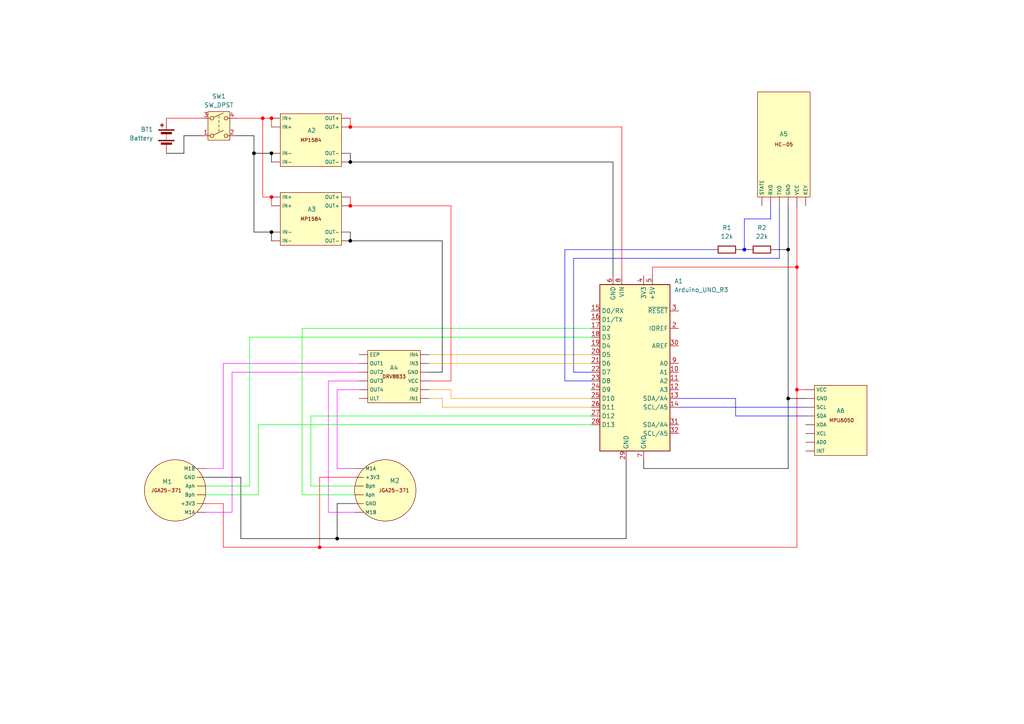
<source format=kicad_sch>
(kicad_sch (version 20250114) (generator "eeschema") (generator_version "9.0")
  (paper "A4")
  (title_block (title "Two-Wheeled Self-Balancing Robot") (date "2024-04-12") (rev "1.1") (company "Anthony Abouzeid"))
  (lib_symbols
    (symbol "DRV8833_module:DRV8833_module"
      (property "Reference" "A" (at 0 4.826 0))
      (symbol "DRV8833_module_0_1"
        (rectangle (start -7.62 7.62) (end 7.62 -7.62) (fill (type background)))
      )
      (symbol "DRV8833_module_1_1"
        (text "DRV8833" (at 0 0 0) (effects (font (size 1.016 1.016))))
        (pin input line (at -10.16 6.35 0) (length 2.54) (name "EEP") (number ""))
        (pin output line (at -10.16 3.81 0) (length 2.54) (name "OUT1") (number ""))
        (pin output line (at -10.16 1.27 0) (length 2.54) (name "OUT2") (number ""))
        (pin output line (at -10.16 -1.27 0) (length 2.54) (name "OUT3") (number ""))
        (pin output line (at -10.16 -3.81 0) (length 2.54) (name "OUT4") (number ""))
        (pin output line (at -10.16 -6.35 0) (length 2.54) (name "ULT") (number ""))
        (pin input line (at 10.16 6.35 180) (length 2.54) (name "IN4") (number ""))
        (pin input line (at 10.16 3.81 180) (length 2.54) (name "IN3") (number ""))
        (pin power_in line (at 10.16 1.27 180) (length 2.54) (name "GND") (number ""))
        (pin power_in line (at 10.16 -1.27 180) (length 2.54) (name "VCC") (number ""))
        (pin input line (at 10.16 -3.81 180) (length 2.54) (name "IN2") (number ""))
        (pin input line (at 10.16 -6.35 180) (length 2.54) (name "IN1") (number ""))
      )
    )
    (symbol "Device:Battery" (pin_numbers (hide yes)) (pin_names (offset 0) (hide yes))
      (property "Reference" "BT" (at 2.54 2.54 0))
      (property "Value" "Battery" (at 2.54 0 0))
      (symbol "Battery_0_1"
        (rectangle (start -2.286 1.778) (end 2.286 1.524) (fill (type outline)))
        (rectangle (start -2.286 -1.27) (end 2.286 -1.524) (fill (type outline)))
        (rectangle (start -1.524 1.016) (end 1.524 0.508) (fill (type outline)))
        (rectangle (start -1.524 -2.032) (end 1.524 -2.54) (fill (type outline)))
        (polyline (pts (xy 0 1.778) (xy 0 2.54)))
        (polyline (pts (xy 0 0) (xy 0 0.254)))
        (polyline (pts (xy 0 -0.508) (xy 0 -0.254)))
        (polyline (pts (xy 0 -1.016) (xy 0 -0.762)))
        (polyline (pts (xy 0.762 3.048) (xy 1.778 3.048)) (stroke (width 0.254)))
        (polyline (pts (xy 1.27 3.556) (xy 1.27 2.54)) (stroke (width 0.254)))
      )
      (symbol "Battery_1_1"
        (pin passive line (at 0 5.08 270) (length 2.54) (name "+") (number "1"))
        (pin passive line (at 0 -5.08 90) (length 2.54) (name "-") (number "2"))
      )
    )
    (symbol "Device:R" (pin_numbers (hide yes)) (pin_names (offset 0))
      (property "Reference" "R" (at 2.032 0 90))
      (property "Value" "R" (at 0 0 90))
      (symbol "R_0_1"
        (rectangle (start -1.016 -2.54) (end 1.016 2.54) (stroke (width 0.254)))
      )
      (symbol "R_1_1"
        (pin passive line (at 0 3.81 270) (length 1.27) (name "~") (number "1"))
        (pin passive line (at 0 -3.81 90) (length 1.27) (name "~") (number "2"))
      )
    )
    (symbol "HC-05_module:HC-05_module"
      (property "Reference" "A" (at 0 5.588 0))
      (symbol "HC-05_module_0_1"
        (rectangle (start -7.62 15.24) (end 7.62 -15.24) (fill (type background)))
      )
      (symbol "HC-05_module_1_1"
        (text "HC-05\n" (at 0 0 0) (effects (font (size 1.016 1.016))))
        (pin output line (at -6.35 -17.78 90) (length 2.54) (name "STATE") (number ""))
        (pin input line (at -3.81 -17.78 90) (length 2.54) (name "RXD") (number ""))
        (pin output line (at -1.27 -17.78 90) (length 2.54) (name "TXD") (number ""))
        (pin power_in line (at 1.27 -17.78 90) (length 2.54) (name "GND") (number ""))
        (pin power_in line (at 3.81 -17.78 90) (length 2.54) (name "VCC") (number ""))
        (pin power_in line (at 6.35 -17.78 90) (length 2.54) (name "KEY") (number ""))
      )
    )
    (symbol "JGA25-371_motor:JGA25-371_motor"
      (property "Reference" "M" (at 0 2.286 0))
      (symbol "JGA25-371_motor_1_1"
        (circle (center 0 0) (radius 8.89) (fill (type background)))
        (text "JGA25-371" (at -2.54 0 0) (effects (font (size 1.016 1.016))))
        (pin power_in line (at 8.89 6.35 180) (length 2.54) (name "M1B") (number ""))
        (pin power_in line (at 8.89 3.81 180) (length 2.54) (name "GND") (number ""))
        (pin output line (at 8.89 1.27 180) (length 2.54) (name "Aph") (number ""))
        (pin output line (at 8.89 -1.27 180) (length 2.54) (name "Bph") (number ""))
        (pin power_in line (at 8.89 -3.81 180) (length 2.54) (name "+3V3") (number ""))
        (pin power_in line (at 8.89 -6.35 180) (length 2.54) (name "M1A") (number ""))
      )
    )
    (symbol "JGA25-371_motor_1"
      (property "Reference" "M" (at 0 2.286 0))
      (symbol "JGA25-371_motor_1_1_1"
        (circle (center 0 0) (radius 8.89) (fill (type background)))
        (text "JGA25-371" (at -2.54 0 0) (effects (font (size 1.016 1.016))))
        (pin power_in line (at 8.89 6.35 180) (length 2.54) (name "M1B") (number ""))
        (pin power_in line (at 8.89 3.81 180) (length 2.54) (name "GND") (number ""))
        (pin output line (at 8.89 1.27 180) (length 2.54) (name "Aph") (number ""))
        (pin output line (at 8.89 -1.27 180) (length 2.54) (name "Bph") (number ""))
        (pin power_in line (at 8.89 -3.81 180) (length 2.54) (name "+3V3") (number ""))
        (pin power_in line (at 8.89 -6.35 180) (length 2.54) (name "M1A") (number ""))
      )
    )
    (symbol "MCU_Module:Arduino_UNO_R3"
      (property "Reference" "A1" (at -7.62 27.94 0))
      (property "Value" "Arduino_UNO_R3" (at -7.62 25.4 0))
      (symbol "Arduino_UNO_R3_0_1"
        (rectangle (start -10.16 22.86) (end 10.16 -25.4) (stroke (width 0.254)) (fill (type background)))
      )
      (symbol "Arduino_UNO_R3_1_1"
        (pin bidirectional line (at -12.7 15.24 0) (length 2.54) (name "D0/RX") (number "15"))
        (pin bidirectional line (at -12.7 12.7 0) (length 2.54) (name "D1/TX") (number "16"))
        (pin bidirectional line (at -12.7 10.16 0) (length 2.54) (name "D2") (number "17"))
        (pin bidirectional line (at -12.7 7.62 0) (length 2.54) (name "D3") (number "18"))
        (pin bidirectional line (at -12.7 5.08 0) (length 2.54) (name "D4") (number "19"))
        (pin bidirectional line (at -12.7 2.54 0) (length 2.54) (name "D5") (number "20"))
        (pin bidirectional line (at -12.7 0 0) (length 2.54) (name "D6") (number "21"))
        (pin bidirectional line (at -12.7 -2.54 0) (length 2.54) (name "D7") (number "22"))
        (pin bidirectional line (at -12.7 -5.08 0) (length 2.54) (name "D8") (number "23"))
        (pin bidirectional line (at -12.7 -7.62 0) (length 2.54) (name "D9") (number "24"))
        (pin bidirectional line (at -12.7 -10.16 0) (length 2.54) (name "D10") (number "25"))
        (pin bidirectional line (at -12.7 -12.7 0) (length 2.54) (name "D11") (number "26"))
        (pin bidirectional line (at -12.7 -15.24 0) (length 2.54) (name "D12") (number "27"))
        (pin bidirectional line (at -12.7 -17.78 0) (length 2.54) (name "D13") (number "28"))
        (pin no_connect line (at -10.16 -20.32 0) (length 2.54) (hide yes) (name "NC") (number "1"))
        (pin power_in line (at -6.35 25.4 270) (length 2.54) (name "GND") (number "6"))
        (pin power_in line (at -3.81 25.4 270) (length 2.54) (name "VIN") (number "8"))
        (pin power_in line (at -2.54 -27.94 90) (length 2.54) (name "GND") (number "29"))
        (pin power_out line (at 2.54 25.4 270) (length 2.54) (name "3V3") (number "4"))
        (pin power_in line (at 2.54 -27.94 90) (length 2.54) (name "GND") (number "7"))
        (pin power_out line (at 5.08 25.4 270) (length 2.54) (name "+5V") (number "5"))
        (pin input line (at 12.7 15.24 180) (length 2.54) (name "~{RESET}") (number "3"))
        (pin output line (at 12.7 10.16 180) (length 2.54) (name "IOREF") (number "2"))
        (pin input line (at 12.7 5.08 180) (length 2.54) (name "AREF") (number "30"))
        (pin bidirectional line (at 12.7 0 180) (length 2.54) (name "A0") (number "9"))
        (pin bidirectional line (at 12.7 -2.54 180) (length 2.54) (name "A1") (number "10"))
        (pin bidirectional line (at 12.7 -5.08 180) (length 2.54) (name "A2") (number "11"))
        (pin bidirectional line (at 12.7 -7.62 180) (length 2.54) (name "A3") (number "12"))
        (pin bidirectional line (at 12.7 -10.16 180) (length 2.54) (name "SDA/A4") (number "13"))
        (pin bidirectional line (at 12.7 -12.7 180) (length 2.54) (name "SCL/A5") (number "14"))
        (pin bidirectional line (at 12.7 -17.78 180) (length 2.54) (name "SDA/A4") (number "31"))
        (pin bidirectional line (at 12.7 -20.32 180) (length 2.54) (name "SCL/A5") (number "32"))
      )
    )
    (symbol "MP1584_module:MP1584_module"
      (property "Reference" "A" (at 0 3.556 0))
      (symbol "MP1584_module_0_1"
        (rectangle (start -8.89 7.62) (end 8.89 -7.62) (fill (type background)))
      )
      (symbol "MP1584_module_1_1"
        (text "MP1584" (at 0 0 0) (effects (font (size 1.016 1.016))))
        (pin power_in line (at -11.43 6.35 0) (length 2.54) (name "IN+") (number ""))
        (pin power_in line (at -11.43 3.81 0) (length 2.54) (name "IN+") (number ""))
        (pin power_in line (at -11.43 -3.81 0) (length 2.54) (name "IN-") (number ""))
        (pin power_in line (at -11.43 -6.35 0) (length 2.54) (name "IN-") (number ""))
        (pin power_out line (at 11.43 6.35 180) (length 2.54) (name "OUT+") (number ""))
        (pin power_out line (at 11.43 3.81 180) (length 2.54) (name "OUT+") (number ""))
        (pin power_out line (at 11.43 -3.81 180) (length 2.54) (name "OUT-") (number ""))
        (pin power_out line (at 11.43 -6.35 180) (length 2.54) (name "OUT-") (number ""))
      )
    )
    (symbol "MP1584_module_1"
      (property "Reference" "A" (at 0 3.556 0))
      (symbol "MP1584_module_1_0_1"
        (rectangle (start -8.89 7.62) (end 8.89 -7.62) (fill (type background)))
      )
      (symbol "MP1584_module_1_1_1"
        (text "MP1584" (at 0 0 0) (effects (font (size 1.016 1.016))))
        (pin power_in line (at -11.43 6.35 0) (length 2.54) (name "IN+") (number ""))
        (pin power_in line (at -11.43 3.81 0) (length 2.54) (name "IN+") (number ""))
        (pin power_in line (at -11.43 -3.81 0) (length 2.54) (name "IN-") (number ""))
        (pin power_in line (at -11.43 -6.35 0) (length 2.54) (name "IN-") (number ""))
        (pin power_out line (at 11.43 6.35 180) (length 2.54) (name "OUT+") (number ""))
        (pin power_out line (at 11.43 3.81 180) (length 2.54) (name "OUT+") (number ""))
        (pin power_out line (at 11.43 -3.81 180) (length 2.54) (name "OUT-") (number ""))
        (pin power_out line (at 11.43 -6.35 180) (length 2.54) (name "OUT-") (number ""))
      )
    )
    (symbol "MPU6050_module:MPU6050_module"
      (property "Reference" "A" (at 0 7.112 0))
      (symbol "MPU6050_module_0_1"
        (rectangle (start -7.62 10.16) (end 7.62 -10.16) (fill (type background)))
      )
      (symbol "MPU6050_module_1_1"
        (text "MPU6050" (at 0.254 0 0) (effects (font (size 1.016 1.016))))
        (pin power_in line (at -10.16 8.89 0) (length 2.54) (name "VCC") (number ""))
        (pin power_in line (at -10.16 6.35 0) (length 2.54) (name "GND") (number ""))
        (pin input line (at -10.16 3.81 0) (length 2.54) (name "SCL") (number ""))
        (pin bidirectional line (at -10.16 1.27 0) (length 2.54) (name "SDA") (number ""))
        (pin bidirectional line (at -10.16 -1.27 0) (length 2.54) (name "XDA") (number ""))
        (pin output line (at -10.16 -3.81 0) (length 2.54) (name "XCL") (number ""))
        (pin input line (at -10.16 -6.35 0) (length 2.54) (name "AD0") (number ""))
        (pin input line (at -10.16 -8.89 0) (length 2.54) (name "INT") (number ""))
      )
    )
    (symbol "Switch:SW_DPST" (pin_names (offset 0) (hide yes))
      (property "Reference" "SW" (at 0 6.35 0))
      (property "Value" "SW_DPST" (at 0 -5.08 0))
      (symbol "SW_DPST_0_0"
        (circle (center -2.032 2.54) (radius 0.508))
        (circle (center -2.032 -2.54) (radius 0.508))
        (polyline (pts (xy -1.524 2.794) (xy 1.27 4.064)))
        (polyline (pts (xy -1.524 -2.286) (xy 1.27 -1.016)))
        (polyline (pts (xy 0 2.54) (xy 0 3.175)))
        (polyline (pts (xy 0 1.27) (xy 0 1.905)))
        (polyline (pts (xy 0 0) (xy 0 0.635)))
        (polyline (pts (xy 0 -1.27) (xy 0 -0.635)))
        (circle (center 2.032 2.54) (radius 0.508))
        (circle (center 2.032 -2.54) (radius 0.508))
      )
      (symbol "SW_DPST_1_1"
        (rectangle (start -3.175 4.445) (end 3.175 -3.81) (fill (type background)))
        (pin passive line (at -5.08 2.54 0) (length 2.54) (name "3") (number "3"))
        (pin passive line (at -5.08 -2.54 0) (length 2.54) (name "1") (number "1"))
        (pin passive line (at 5.08 2.54 180) (length 2.54) (name "4") (number "4"))
        (pin passive line (at 5.08 -2.54 180) (length 2.54) (name "2") (number "2"))
      )
    )
  )
  (junction (at 231.14 77.47) (color 255 0 0 1))
  (junction (at 97.79 156.21) (color 0 0 0 1))
  (junction (at 101.6 69.85) (color 0 0 0 1))
  (junction (at 228.6 72.39) (color 0 0 0 1))
  (junction (at 101.6 36.83) (color 255 0 0 1))
  (junction (at 76.2 34.29) (color 255 0 0 1))
  (junction (at 101.6 46.99) (color 0 0 0 1))
  (junction (at 78.74 67.31) (color 0 0 0 1))
  (junction (at 78.74 34.29) (color 255 0 0 1))
  (junction (at 231.14 113.03) (color 255 0 0 1))
  (junction (at 73.66 44.45) (color 0 0 0 1))
  (junction (at 215.9 72.39) (color 0 0 255 1))
  (junction (at 78.74 44.45) (color 0 0 0 1))
  (junction (at 228.6 115.57) (color 0 0 0 1))
  (junction (at 92.71 158.75) (color 255 0 0 1))
  (junction (at 101.6 59.69) (color 255 0 0 1))
  (junction (at 78.74 57.15) (color 255 0 0 1))
  (wire (pts (xy 68.58 39.37) (xy 73.66 39.37)) (stroke (width 0) (color 0 0 0 1)))
  (wire (pts (xy 97.79 135.89) (xy 102.87 135.89)) (stroke (width 0) (color 194 0 194 1)))
  (wire (pts (xy 215.9 63.5) (xy 215.9 72.39)) (stroke (width 0) (color 0 0 255 1)))
  (wire (pts (xy 223.52 59.69) (xy 223.52 63.5)) (stroke (width 0) (color 0 0 255 1)))
  (wire (pts (xy 104.14 110.49) (xy 95.25 110.49)) (stroke (width 0) (color 255 0 255 1)))
  (wire (pts (xy 59.69 148.59) (xy 67.31 148.59)) (stroke (width 0) (color 255 0 255 1)))
  (wire (pts (xy 181.61 133.35) (xy 181.61 156.21)) (stroke (width 0) (color 0 0 0 1)))
  (wire (pts (xy 68.58 34.29) (xy 76.2 34.29)) (stroke (width 0) (color 255 0 0 1)))
  (wire (pts (xy 231.14 158.75) (xy 231.14 113.03)) (stroke (width 0) (color 255 0 0 1)))
  (wire (pts (xy 124.46 105.41) (xy 171.45 105.41)) (stroke (width 0) (color 255 153 0 1)))
  (wire (pts (xy 128.27 107.95) (xy 128.27 69.85)) (stroke (width 0) (color 0 0 0 1)))
  (wire (pts (xy 101.6 57.15) (xy 101.6 59.69)) (stroke (width 0) (color 255 0 0 1)))
  (wire (pts (xy 233.68 120.65) (xy 213.36 120.65)) (stroke (width 0) (color 0 0 255 1)))
  (wire (pts (xy 128.27 115.57) (xy 128.27 118.11)) (stroke (width 0) (color 255 153 0 1)))
  (wire (pts (xy 78.74 44.45) (xy 78.74 46.99)) (stroke (width 0) (color 0 0 0 1)))
  (wire (pts (xy 101.6 44.45) (xy 101.6 46.99)) (stroke (width 0) (color 0 0 0 1)))
  (wire (pts (xy 95.25 148.59) (xy 102.87 148.59)) (stroke (width 0) (color 255 0 255 1)))
  (wire (pts (xy 166.37 74.93) (xy 166.37 107.95)) (stroke (width 0) (color 0 0 255 1)))
  (wire (pts (xy 101.6 69.85) (xy 101.6 67.31)) (stroke (width 0) (color 0 0 0 1)))
  (wire (pts (xy 171.45 120.65) (xy 90.17 120.65)) (stroke (width 0) (color 0 255 0 1)))
  (wire (pts (xy 189.23 77.47) (xy 231.14 77.47)) (stroke (width 0) (color 255 0 0 1)))
  (wire (pts (xy 124.46 107.95) (xy 128.27 107.95)) (stroke (width 0) (color 0 0 0 1)))
  (wire (pts (xy 72.39 140.97) (xy 72.39 97.79)) (stroke (width 0) (color 0 255 0 1)))
  (wire (pts (xy 180.34 80.01) (xy 180.34 36.83)) (stroke (width 0) (color 255 0 0 1)))
  (wire (pts (xy 101.6 36.83) (xy 180.34 36.83)) (stroke (width 0) (color 255 0 0 1)))
  (wire (pts (xy 64.77 146.05) (xy 64.77 158.75)) (stroke (width 0) (color 255 0 0 1)))
  (wire (pts (xy 171.45 110.49) (xy 163.83 110.49)) (stroke (width 0) (color 0 0 255 1)))
  (wire (pts (xy 128.27 69.85) (xy 101.6 69.85)) (stroke (width 0) (color 0 0 0 1)))
  (wire (pts (xy 224.79 72.39) (xy 228.6 72.39)) (stroke (width 0) (color 0 0 0 1)))
  (wire (pts (xy 231.14 59.69) (xy 231.14 77.47)) (stroke (width 0) (color 255 0 0 1)))
  (wire (pts (xy 73.66 39.37) (xy 73.66 44.45)) (stroke (width 0) (color 0 0 0 1)))
  (wire (pts (xy 72.39 97.79) (xy 171.45 97.79)) (stroke (width 0) (color 0 255 0 1)))
  (wire (pts (xy 53.34 39.37) (xy 58.42 39.37)) (stroke (width 0) (color 0 0 0 1)))
  (wire (pts (xy 48.26 44.45) (xy 53.34 44.45)) (stroke (width 0) (color 0 0 0 1)))
  (wire (pts (xy 215.9 72.39) (xy 217.17 72.39)) (stroke (width 0) (color 0 0 255 1)))
  (wire (pts (xy 124.46 110.49) (xy 130.81 110.49)) (stroke (width 0) (color 255 0 0 1)))
  (wire (pts (xy 228.6 59.69) (xy 228.6 72.39)) (stroke (width 0) (color 0 0 0 1)))
  (wire (pts (xy 124.46 113.03) (xy 130.81 113.03)) (stroke (width 0) (color 255 153 0 1)))
  (wire (pts (xy 69.85 138.43) (xy 59.69 138.43)) (stroke (width 0) (color 0 0 0 1)))
  (wire (pts (xy 213.36 115.57) (xy 196.85 115.57)) (stroke (width 0) (color 0 0 255 1)))
  (wire (pts (xy 64.77 135.89) (xy 59.69 135.89)) (stroke (width 0) (color 255 0 255 1)))
  (wire (pts (xy 90.17 120.65) (xy 90.17 140.97)) (stroke (width 0) (color 0 255 0 1)))
  (wire (pts (xy 102.87 146.05) (xy 97.79 146.05)) (stroke (width 0) (color 0 0 0 1)))
  (wire (pts (xy 78.74 67.31) (xy 73.66 67.31)) (stroke (width 0) (color 0 0 0 1)))
  (wire (pts (xy 223.52 63.5) (xy 215.9 63.5)) (stroke (width 0) (color 0 0 255 1)))
  (wire (pts (xy 104.14 105.41) (xy 64.77 105.41)) (stroke (width 0) (color 255 0 255 1)))
  (wire (pts (xy 214.63 72.39) (xy 215.9 72.39)) (stroke (width 0) (color 0 0 255 1)))
  (wire (pts (xy 104.14 107.95) (xy 67.31 107.95)) (stroke (width 0) (color 255 0 255 1)))
  (wire (pts (xy 130.81 59.69) (xy 101.6 59.69)) (stroke (width 0) (color 255 0 0 1)))
  (wire (pts (xy 74.93 123.19) (xy 171.45 123.19)) (stroke (width 0) (color 0 255 0 1)))
  (wire (pts (xy 124.46 102.87) (xy 171.45 102.87)) (stroke (width 0) (color 255 153 0 1)))
  (wire (pts (xy 231.14 77.47) (xy 231.14 113.03)) (stroke (width 0) (color 255 0 0 1)))
  (wire (pts (xy 124.46 115.57) (xy 128.27 115.57)) (stroke (width 0) (color 255 153 0 1)))
  (wire (pts (xy 104.14 113.03) (xy 97.79 113.03)) (stroke (width 0) (color 255 0 255 1)))
  (wire (pts (xy 59.69 140.97) (xy 72.39 140.97)) (stroke (width 0) (color 0 255 0 1)))
  (wire (pts (xy 228.6 72.39) (xy 228.6 115.57)) (stroke (width 0) (color 0 0 0 1)))
  (wire (pts (xy 64.77 158.75) (xy 92.71 158.75)) (stroke (width 0) (color 255 0 0 1)))
  (wire (pts (xy 102.87 143.51) (xy 87.63 143.51)) (stroke (width 0) (color 0 255 0 1)))
  (wire (pts (xy 228.6 135.89) (xy 228.6 115.57)) (stroke (width 0) (color 0 0 0 1)))
  (wire (pts (xy 76.2 34.29) (xy 76.2 57.15)) (stroke (width 0) (color 255 0 0 1)))
  (wire (pts (xy 78.74 67.31) (xy 78.74 69.85)) (stroke (width 0) (color 0 0 0 1)))
  (wire (pts (xy 92.71 138.43) (xy 92.71 158.75)) (stroke (width 0) (color 255 0 0 1)))
  (wire (pts (xy 101.6 34.29) (xy 101.6 36.83)) (stroke (width 0) (color 255 0 0 1)))
  (wire (pts (xy 76.2 34.29) (xy 78.74 34.29)) (stroke (width 0) (color 255 0 0 1)))
  (wire (pts (xy 163.83 110.49) (xy 163.83 72.39)) (stroke (width 0) (color 0 0 255 1)))
  (wire (pts (xy 231.14 113.03) (xy 233.68 113.03)) (stroke (width 0) (color 255 0 0 1)))
  (wire (pts (xy 73.66 44.45) (xy 78.74 44.45)) (stroke (width 0) (color 0 0 0 1)))
  (wire (pts (xy 78.74 36.83) (xy 78.74 34.29)) (stroke (width 0) (color 255 0 0 1)))
  (wire (pts (xy 92.71 158.75) (xy 231.14 158.75)) (stroke (width 0) (color 255 0 0 1)))
  (wire (pts (xy 130.81 113.03) (xy 130.81 115.57)) (stroke (width 0) (color 255 153 0 1)))
  (wire (pts (xy 97.79 156.21) (xy 181.61 156.21)) (stroke (width 0) (color 0 0 0 1)))
  (wire (pts (xy 69.85 156.21) (xy 69.85 138.43)) (stroke (width 0) (color 0 0 0 1)))
  (wire (pts (xy 213.36 120.65) (xy 213.36 115.57)) (stroke (width 0) (color 0 0 255 1)))
  (wire (pts (xy 59.69 146.05) (xy 64.77 146.05)) (stroke (width 0) (color 255 0 0 1)))
  (wire (pts (xy 130.81 110.49) (xy 130.81 59.69)) (stroke (width 0) (color 255 0 0 1)))
  (wire (pts (xy 78.74 57.15) (xy 76.2 57.15)) (stroke (width 0) (color 255 0 0 1)))
  (wire (pts (xy 59.69 143.51) (xy 74.93 143.51)) (stroke (width 0) (color 0 255 0 1)))
  (wire (pts (xy 226.06 59.69) (xy 226.06 74.93)) (stroke (width 0) (color 0 0 255 1)))
  (wire (pts (xy 186.69 135.89) (xy 228.6 135.89)) (stroke (width 0) (color 0 0 0 1)))
  (wire (pts (xy 73.66 44.45) (xy 73.66 67.31)) (stroke (width 0) (color 0 0 0 1)))
  (wire (pts (xy 67.31 107.95) (xy 67.31 148.59)) (stroke (width 0) (color 255 0 255 1)))
  (wire (pts (xy 97.79 113.03) (xy 97.79 135.89)) (stroke (width 0) (color 255 0 255 1)))
  (wire (pts (xy 228.6 115.57) (xy 233.68 115.57)) (stroke (width 0) (color 0 0 0 1)))
  (wire (pts (xy 64.77 105.41) (xy 64.77 135.89)) (stroke (width 0) (color 255 0 255 1)))
  (wire (pts (xy 97.79 146.05) (xy 97.79 156.21)) (stroke (width 0) (color 0 0 0 1)))
  (wire (pts (xy 166.37 107.95) (xy 171.45 107.95)) (stroke (width 0) (color 0 0 255 1)))
  (wire (pts (xy 226.06 74.93) (xy 166.37 74.93)) (stroke (width 0) (color 0 0 255 1)))
  (wire (pts (xy 177.8 46.99) (xy 177.8 80.01)) (stroke (width 0) (color 0 0 0 1)))
  (wire (pts (xy 163.83 72.39) (xy 207.01 72.39)) (stroke (width 0) (color 0 0 255 1)))
  (wire (pts (xy 130.81 115.57) (xy 171.45 115.57)) (stroke (width 0) (color 255 153 0 1)))
  (wire (pts (xy 101.6 46.99) (xy 177.8 46.99)) (stroke (width 0) (color 0 0 0 1)))
  (wire (pts (xy 87.63 95.25) (xy 87.63 143.51)) (stroke (width 0) (color 0 255 0 1)))
  (wire (pts (xy 233.68 118.11) (xy 196.85 118.11)) (stroke (width 0) (color 0 0 255 1)))
  (wire (pts (xy 87.63 95.25) (xy 171.45 95.25)) (stroke (width 0) (color 0 255 0 1)))
  (wire (pts (xy 48.26 34.29) (xy 58.42 34.29)) (stroke (width 0) (color 255 0 0 1)))
  (wire (pts (xy 189.23 77.47) (xy 189.23 80.01)) (stroke (width 0) (color 255 0 0 1)))
  (wire (pts (xy 186.69 135.89) (xy 186.69 133.35)) (stroke (width 0) (color 0 0 0 1)))
  (wire (pts (xy 128.27 118.11) (xy 171.45 118.11)) (stroke (width 0) (color 255 153 0 1)))
  (wire (pts (xy 53.34 44.45) (xy 53.34 39.37)) (stroke (width 0) (color 0 0 0 1)))
  (wire (pts (xy 90.17 140.97) (xy 102.87 140.97)) (stroke (width 0) (color 0 255 0 1)))
  (wire (pts (xy 78.74 57.15) (xy 78.74 59.69)) (stroke (width 0) (color 255 0 0 1)))
  (wire (pts (xy 92.71 138.43) (xy 102.87 138.43)) (stroke (width 0) (color 255 0 0 1)))
  (wire (pts (xy 69.85 156.21) (xy 97.79 156.21)) (stroke (width 0) (color 0 0 0 1)))
  (wire (pts (xy 95.25 110.49) (xy 95.25 148.59)) (stroke (width 0) (color 255 0 255 1)))
  (wire (pts (xy 74.93 143.51) (xy 74.93 123.19)) (stroke (width 0) (color 0 255 0 1)))
  (symbol (lib_id "DRV8833_module:DRV8833_module") (at 114.3 109.22 0) (unit 1)
    (property "Reference" "A4" (at 114.3 106.68 0))
  )
  (symbol (lib_id "Switch:SW_DPST") (at 63.5 36.83 0) (unit 1)
    (property "Reference" "SW1" (at 63.5 27.94 0))
    (property "Value" "SW_DPST" (at 63.5 30.48 0))
    (property "Description" "Double Pole Single Throw (DPST) Switch" (effects (hide yes)))
  )
  (symbol (lib_id "MPU6050_module:MPU6050_module") (at 243.84 121.92 0) (unit 1)
    (property "Reference" "A6" (at 242.57 119.126 0) (effects (justify left)))
  )
  (symbol (lib_id "MCU_Module:Arduino_UNO_R3") (at 184.15 105.41 0) (unit 1)
    (property "Reference" "A1" (at 195.58 81.534 0) (effects (justify left)))
    (property "Value" "Arduino_UNO_R3" (at 195.58 84.074 0) (effects (justify left)))
    (property "Footprint" "Module:Arduino_UNO_R3" (effects (hide yes)))
    (property "Datasheet" "https://www.arduino.cc/en/Main/arduinoBoardUno" (effects (hide yes)))
    (property "Description" "Arduino UNO Microcontroller Module, release 3" (effects (hide yes)))
  )
  (symbol (lib_id "Device:R") (at 210.82 72.39 90) (unit 1)
    (property "Reference" "R1" (at 210.82 66.04 90))
    (property "Value" "12k" (at 210.82 68.58 90))
    (property "Description" "Resistor" (effects (hide yes)))
  )
  (symbol (lib_id "HC-05_module:HC-05_module") (at 227.33 41.91 0) (unit 1)
    (property "Reference" "A5" (at 226.06 38.862 0) (effects (justify left)))
  )
  (symbol (lib_id "Device:Battery") (at 48.26 39.37 0) (mirror y) (unit 1)
    (property "Reference" "BT1" (at 44.45 37.5284 0) (effects (justify left)))
    (property "Value" "Battery" (at 44.45 40.0684 0) (effects (justify left)))
    (property "Description" "Multiple-cell battery" (effects (hide yes)))
  )
  (symbol (lib_id "Device:R") (at 220.98 72.39 90) (unit 1)
    (property "Reference" "R2" (at 220.98 66.04 90))
    (property "Value" "22k" (at 220.98 68.58 90))
    (property "Description" "Resistor" (effects (hide yes)))
  )
  (symbol (lib_id "JGA25-371_motor:JGA25-371_motor") (at 50.8 142.24 0) (unit 1)
    (property "Reference" "M1" (at 48.514 139.7 0))
  )
  (symbol (lib_name "JGA25-371_motor_1") (lib_id "JGA25-371_motor:JGA25-371_motor") (at 111.76 142.24 180) (unit 1)
    (property "Reference" "M2" (at 113.03 139.446 0) (effects (justify right)))
  )
  (symbol (lib_name "MP1584_module_1") (lib_id "MP1584_module:MP1584_module") (at 90.17 40.64 0) (unit 1)
    (property "Reference" "A2" (at 90.424 37.846 0))
  )
  (symbol (lib_id "MP1584_module:MP1584_module") (at 90.17 63.5 0) (unit 1)
    (property "Reference" "A3" (at 90.424 60.706 0))
  )
)
</source>
